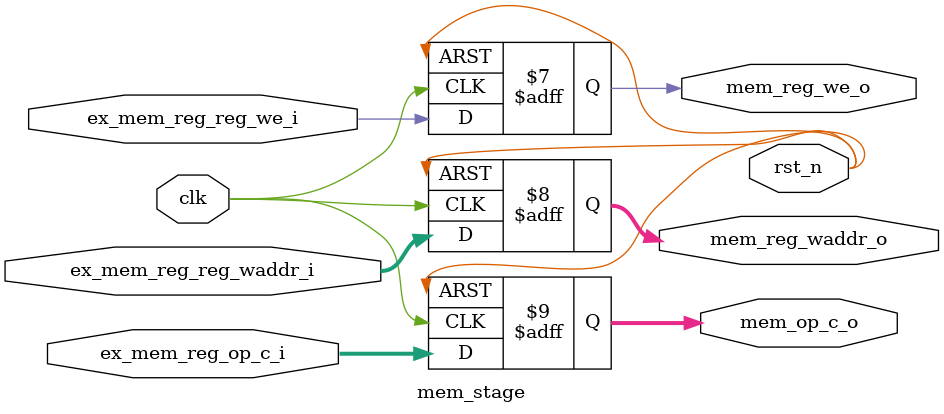
<source format=v>
module mem_stage (
    input   wire                    clk,
    output  wire                    rst_n,
    //from ex_mem_reg
    input   wire            [31:0]  ex_mem_reg_op_c_i,
    input   wire            [4:0]   ex_mem_reg_reg_waddr_i,
    input   wire                    ex_mem_reg_reg_we_i,
    //to mem_wb_reg
    output  reg             [31:0]  mem_op_c_o,
    output  reg             [4:0]   mem_reg_waddr_o,
    output  reg                     mem_reg_we_o
);

    always @(posedge clk or negedge rst_n)begin
        if(rst_n == 1'b0)begin
            mem_op_c_o <= 32'h0;
        end
        else begin
            mem_op_c_o <= ex_mem_reg_op_c_i;
        end
    end


    always @(posedge clk or negedge rst_n)begin
        if(rst_n == 1'b0)begin
            mem_reg_waddr_o <= 5'h0;
        end
        else begin
            mem_reg_waddr_o <= ex_mem_reg_reg_waddr_i;
        end
    end

    always @(posedge clk or negedge rst_n)begin
        if(rst_n == 1'b0)begin
            mem_reg_we_o <= 1'b0;
        end
        else begin
            mem_reg_we_o <= ex_mem_reg_reg_we_i;
        end
    end



endmodule
</source>
